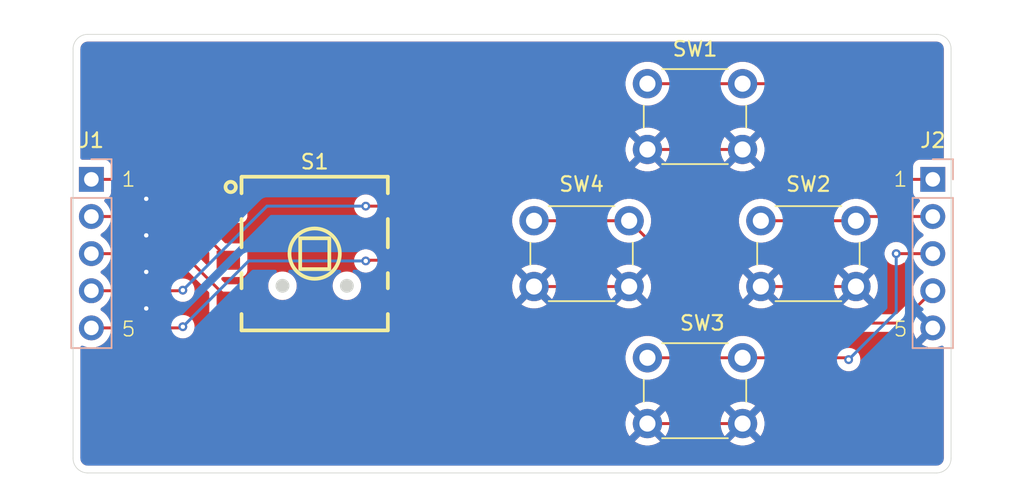
<source format=kicad_pcb>
(kicad_pcb (version 20241229) (generator "pcbnew") (generator_version "9.0")
  (layers (0 "F.Cu" signal) (2 "B.Cu" signal) (13 "F.Paste" user) (15 "B.Paste" user) (5 "F.SilkS" user "F.Silkscreen") (7 "B.SilkS" user "B.Silkscreen") (1 "F.Mask" user) (3 "B.Mask" user) (25 "Edge.Cuts" user))
  (net 0 "")
  (net 1 "JS_LEFT")
  (net 2 "JS_RIGHT")
  (net 3 "JS_DOWN")
  (net 4 "JS_SWITCH")
  (net 5 "JS_UP")
  (net 6 "DP_LEFT")
  (net 7 "DP_UP")
  (net 8 "DP_RIGHT")
  (net 9 "GND")
  (net 10 "DP_DOWN")
  (footprint "Button_Switch_THT:SW_PUSH_6mm_H5mm" (layer "F.Cu") (at 147 112.75)
    (property "Reference" "SW2" (at 3.25 -2.5 0) (layer "F.SilkS"))
    (property "Value" "SW_Push_Dual_x2")
    (fp_line (start -0.25 1.5) (end -0.25 3) (stroke (width 0.12)) (layer "F.SilkS"))
    (fp_line (start 1 5.5) (end 5.5 5.5) (stroke (width 0.12)) (layer "F.SilkS"))
    (fp_line (start 5.5 -1) (end 1 -1) (stroke (width 0.12)) (layer "F.SilkS"))
    (fp_line (start 6.75 3) (end 6.75 1.5) (stroke (width 0.12)) (layer "F.SilkS"))
    (pad "1" thru_hole circle (at 0 0 90) (size 2 2) (drill 1.1) (layers "*.Cu" "*.Mask") (net 8 "DP_RIGHT"))
    (pad "1" thru_hole circle (at 6.5 0 90) (size 2 2) (drill 1.1) (layers "*.Cu" "*.Mask") (net 8 "DP_RIGHT"))
    (pad "2" thru_hole circle (at 0 4.5 90) (size 2 2) (drill 1.1) (layers "*.Cu" "*.Mask") (net 9 "GND"))
    (pad "2" thru_hole circle (at 6.5 4.5 90) (size 2 2) (drill 1.1) (layers "*.Cu" "*.Mask") (net 9 "GND"))
  )
  (footprint "Button_Switch_THT:SW_PUSH_6mm_H5mm" (layer "F.Cu") (at 139.25 103.375)
    (property "Reference" "SW1" (at 3.25 -2.375 0) (layer "F.SilkS"))
    (property "Value" "SW_Push_Dual_x2")
    (fp_line (start -0.25 1.5) (end -0.25 3) (stroke (width 0.12)) (layer "F.SilkS"))
    (fp_line (start 1 5.5) (end 5.5 5.5) (stroke (width 0.12)) (layer "F.SilkS"))
    (fp_line (start 5.5 -1) (end 1 -1) (stroke (width 0.12)) (layer "F.SilkS"))
    (fp_line (start 6.75 3) (end 6.75 1.5) (stroke (width 0.12)) (layer "F.SilkS"))
    (pad "1" thru_hole circle (at 0 0 90) (size 2 2) (drill 1.1) (layers "*.Cu" "*.Mask") (net 7 "DP_UP"))
    (pad "1" thru_hole circle (at 6.5 0 90) (size 2 2) (drill 1.1) (layers "*.Cu" "*.Mask") (net 7 "DP_UP"))
    (pad "2" thru_hole circle (at 0 4.5 90) (size 2 2) (drill 1.1) (layers "*.Cu" "*.Mask") (net 9 "GND"))
    (pad "2" thru_hole circle (at 6.5 4.5 90) (size 2 2) (drill 1.1) (layers "*.Cu" "*.Mask") (net 9 "GND"))
  )
  (footprint "Button_Switch_THT:SW_PUSH_6mm_H5mm" (layer "F.Cu") (at 131.5 112.75)
    (property "Reference" "SW4" (at 3.25 -2.5 0) (layer "F.SilkS"))
    (property "Value" "SW_Push_Dual_x2")
    (fp_line (start -0.25 1.5) (end -0.25 3) (stroke (width 0.12)) (layer "F.SilkS"))
    (fp_line (start 1 5.5) (end 5.5 5.5) (stroke (width 0.12)) (layer "F.SilkS"))
    (fp_line (start 5.5 -1) (end 1 -1) (stroke (width 0.12)) (layer "F.SilkS"))
    (fp_line (start 6.75 3) (end 6.75 1.5) (stroke (width 0.12)) (layer "F.SilkS"))
    (pad "1" thru_hole circle (at 0 0 90) (size 2 2) (drill 1.1) (layers "*.Cu" "*.Mask") (net 6 "DP_LEFT"))
    (pad "1" thru_hole circle (at 6.5 0 90) (size 2 2) (drill 1.1) (layers "*.Cu" "*.Mask") (net 6 "DP_LEFT"))
    (pad "2" thru_hole circle (at 0 4.5 90) (size 2 2) (drill 1.1) (layers "*.Cu" "*.Mask") (net 9 "GND"))
    (pad "2" thru_hole circle (at 6.5 4.5 90) (size 2 2) (drill 1.1) (layers "*.Cu" "*.Mask") (net 9 "GND"))
  )
  (footprint "Button_Switch_THT:SW_PUSH_6mm_H5mm" (layer "F.Cu") (at 139.25 122.125)
    (property "Reference" "SW3" (at 3.75 -2.375 0) (layer "F.SilkS"))
    (property "Value" "SW_Push_Dual_x2")
    (fp_line (start -0.25 1.5) (end -0.25 3) (stroke (width 0.12)) (layer "F.SilkS"))
    (fp_line (start 1 5.5) (end 5.5 5.5) (stroke (width 0.12)) (layer "F.SilkS"))
    (fp_line (start 5.5 -1) (end 1 -1) (stroke (width 0.12)) (layer "F.SilkS"))
    (fp_line (start 6.75 3) (end 6.75 1.5) (stroke (width 0.12)) (layer "F.SilkS"))
    (pad "1" thru_hole circle (at 0 0 90) (size 2 2) (drill 1.1) (layers "*.Cu" "*.Mask") (net 10 "DP_DOWN"))
    (pad "1" thru_hole circle (at 6.5 0 90) (size 2 2) (drill 1.1) (layers "*.Cu" "*.Mask") (net 10 "DP_DOWN"))
    (pad "2" thru_hole circle (at 0 4.5 90) (size 2 2) (drill 1.1) (layers "*.Cu" "*.Mask") (net 9 "GND"))
    (pad "2" thru_hole circle (at 6.5 4.5 90) (size 2 2) (drill 1.1) (layers "*.Cu" "*.Mask") (net 9 "GND"))
  )
  (footprint "MiniArcadeController:Joystick" (layer "F.Cu") (at 116.51 115)
    (property "Reference" "S1" (at 0 -6.280433 0) (layer "F.SilkS"))
    (property "Value" "~")
    (fp_line (start -5 -5.25) (end -5 -4.131) (stroke (width 0.254)) (layer "F.SilkS"))
    (fp_line (start -5 -2.369) (end -5 -0.431) (stroke (width 0.254)) (layer "F.SilkS"))
    (fp_line (start -5 1.331) (end -5 2.369) (stroke (width 0.254)) (layer "F.SilkS"))
    (fp_line (start -5 4.131) (end -5 5.25) (stroke (width 0.254)) (layer "F.SilkS"))
    (fp_line (start -5 5.25) (end 5 5.25) (stroke (width 0.254)) (layer "F.SilkS"))
    (fp_line (start 5 -5.26) (end -4.98 -5.26) (stroke (width 0.254)) (layer "F.SilkS"))
    (fp_line (start 5 -4.131) (end 5 -5.26) (stroke (width 0.254)) (layer "F.SilkS"))
    (fp_line (start 5 -0.431) (end 5 -2.369) (stroke (width 0.254)) (layer "F.SilkS"))
    (fp_line (start 5 2.369) (end 5 1.331) (stroke (width 0.254)) (layer "F.SilkS"))
    (fp_line (start 5 5.25) (end 5 4.131) (stroke (width 0.254)) (layer "F.SilkS"))
    (fp_rect (start -0.99 -1.05) (end 1 1.06) (stroke (width 0.254)) (fill no) (layer "F.SilkS"))
    (fp_circle (center -5.74 -4.56) (end -5.3855 -4.56) (stroke (width 0.254)) (fill no) (layer "F.SilkS"))
    (fp_circle (center 0 0) (end 1.7215 0) (stroke (width 0.254)) (fill no) (layer "F.SilkS"))
    (fp_poly (pts (xy -1.729064 2.138) (xy -1.761157 2.018225) (xy -1.823157 1.910838) (xy -1.910838 1.823157) (xy -2.018225 1.761157) (xy -2.138 1.729064) (xy -2.262 1.729064) (xy -2.381775 1.761157) (xy -2.489162 1.823157) (xy -2.576843 1.910838) (xy -2.638843 2.018225) (xy -2.670936 2.138) (xy -2.670936 2.262) (xy -2.638843 2.381775) (xy -2.576843 2.489162) (xy -2.489162 2.576843) (xy -2.381775 2.638843) (xy -2.262 2.670936) (xy -2.138 2.670936) (xy -2.018225 2.638843) (xy -1.910838 2.576843) (xy -1.823157 2.489162) (xy -1.761157 2.381775) (xy -1.729064 2.262)) (fill yes) (layer "Edge.Cuts"))
    (fp_poly (pts (xy 2.670936 2.138) (xy 2.638843 2.018225) (xy 2.576843 1.910838) (xy 2.489162 1.823157) (xy 2.381775 1.761157) (xy 2.262 1.729064) (xy 2.138 1.729064) (xy 2.018225 1.761157) (xy 1.910838 1.823157) (xy 1.823157 1.910838) (xy 1.761157 2.018225) (xy 1.729064 2.138) (xy 1.729064 2.262) (xy 1.761157 2.381775) (xy 1.823157 2.489162) (xy 1.910838 2.576843) (xy 2.018225 2.638843) (xy 2.138 2.670936) (xy 2.262 2.670936) (xy 2.381775 2.638843) (xy 2.489162 2.576843) (xy 2.576843 2.489162) (xy 2.638843 2.381775) (xy 2.670936 2.262)) (fill yes) (layer "Edge.Cuts"))
    (pad "1" smd rect (at -5.9 -3.25) (size 1.6 1.3) (layers "F.Cu" "F.Mask" "F.Paste") (net 5 "JS_UP"))
    (pad "2" smd rect (at -5.9 0.45) (size 1.6 1.3) (layers "F.Cu" "F.Mask" "F.Paste") (net 1 "JS_LEFT"))
    (pad "3" smd rect (at -5.9 3.25) (size 1.6 1.3) (layers "F.Cu" "F.Mask" "F.Paste") (net 3 "JS_DOWN"))
    (pad "4" smd rect (at 5.9 3.25) (size 1.6 1.3) (layers "F.Cu" "F.Mask" "F.Paste") (net 9 "GND"))
    (pad "5" smd rect (at 5.9 0.45) (size 1.6 1.3) (layers "F.Cu" "F.Mask" "F.Paste") (net 2 "JS_RIGHT"))
    (pad "6" smd rect (at 5.9 -3.25) (size 1.6 1.3) (layers "F.Cu" "F.Mask" "F.Paste") (net 4 "JS_SWITCH"))
  )
  (footprint "Connector_PinHeader_2.54mm:PinHeader_1x05_P2.54mm_Vertical" (layer "B.Cu") (at 158.75 109.92 180)
    (property "Reference" "J2" (at 0 2.67 0) (layer "F.SilkS"))
    (property "Value" "Conn_01x05_Pin")
    (fp_line (start 1.38 -1.27) (end 1.38 -11.54) (stroke (width 0.12)) (layer "B.SilkS"))
    (fp_line (start -1.38 1.38) (end 0 1.38) (stroke (width 0.12)) (layer "B.SilkS"))
    (fp_line (start -1.38 0) (end -1.38 1.38) (stroke (width 0.12)) (layer "B.SilkS"))
    (fp_line (start -1.38 -1.27) (end 1.38 -1.27) (stroke (width 0.12)) (layer "B.SilkS"))
    (fp_line (start -1.38 -1.27) (end -1.38 -11.54) (stroke (width 0.12)) (layer "B.SilkS"))
    (fp_line (start -1.38 -11.54) (end 1.38 -11.54) (stroke (width 0.12)) (layer "B.SilkS"))
    (pad "1" thru_hole rect (at 0 0 180) (size 1.7 1.7) (drill 1) (layers "*.Cu" "*.Mask") (net 7 "DP_UP"))
    (pad "2" thru_hole circle (at 0 -2.54 180) (size 1.7 1.7) (drill 1) (layers "*.Cu" "*.Mask") (net 8 "DP_RIGHT"))
    (pad "3" thru_hole circle (at 0 -5.08 180) (size 1.7 1.7) (drill 1) (layers "*.Cu" "*.Mask") (net 10 "DP_DOWN"))
    (pad "4" thru_hole circle (at 0 -7.62 180) (size 1.7 1.7) (drill 1) (layers "*.Cu" "*.Mask") (net 6 "DP_LEFT"))
    (pad "5" thru_hole circle (at 0 -10.16 180) (size 1.7 1.7) (drill 1) (layers "*.Cu" "*.Mask") (net 9 "GND"))
  )
  (footprint "Connector_PinHeader_2.54mm:PinHeader_1x05_P2.54mm_Vertical" (layer "B.Cu") (at 101.25 109.92 180)
    (property "Reference" "J1" (at 0 2.67 0) (layer "F.SilkS"))
    (property "Value" "Conn_01x05_Pin")
    (fp_line (start 1.38 -1.27) (end 1.38 -11.54) (stroke (width 0.12)) (layer "B.SilkS"))
    (fp_line (start -1.38 1.38) (end 0 1.38) (stroke (width 0.12)) (layer "B.SilkS"))
    (fp_line (start -1.38 0) (end -1.38 1.38) (stroke (width 0.12)) (layer "B.SilkS"))
    (fp_line (start -1.38 -1.27) (end 1.38 -1.27) (stroke (width 0.12)) (layer "B.SilkS"))
    (fp_line (start -1.38 -1.27) (end -1.38 -11.54) (stroke (width 0.12)) (layer "B.SilkS"))
    (fp_line (start -1.38 -11.54) (end 1.38 -11.54) (stroke (width 0.12)) (layer "B.SilkS"))
    (pad "1" thru_hole rect (at 0 0 180) (size 1.7 1.7) (drill 1) (layers "*.Cu" "*.Mask") (net 5 "JS_UP"))
    (pad "2" thru_hole circle (at 0 -2.54 180) (size 1.7 1.7) (drill 1) (layers "*.Cu" "*.Mask") (net 1 "JS_LEFT"))
    (pad "3" thru_hole circle (at 0 -5.08 180) (size 1.7 1.7) (drill 1) (layers "*.Cu" "*.Mask") (net 3 "JS_DOWN"))
    (pad "4" thru_hole circle (at 0 -7.62 180) (size 1.7 1.7) (drill 1) (layers "*.Cu" "*.Mask") (net 4 "JS_SWITCH"))
    (pad "5" thru_hole circle (at 0 -10.16 180) (size 1.7 1.7) (drill 1) (layers "*.Cu" "*.Mask") (net 2 "JS_RIGHT"))
  )
  (gr_line (start 100 129) (end 100 101) (stroke (width 0.05)) (layer "Edge.Cuts"))
  (gr_arc (start 100 101) (mid 100.292893 100.292893) (end 101 100) (stroke (width 0.05)) (layer "Edge.Cuts"))
  (gr_line (start 101 100) (end 159 100) (stroke (width 0.05)) (layer "Edge.Cuts"))
  (gr_arc (start 101 130) (mid 100.292893 129.707107) (end 100 129) (stroke (width 0.05)) (layer "Edge.Cuts"))
  (gr_line (start 159 130) (end 101 130) (stroke (width 0.05)) (layer "Edge.Cuts"))
  (gr_arc (start 160 129) (mid 159.707107 129.707107) (end 159 130) (stroke (width 0.05)) (layer "Edge.Cuts"))
  (gr_line (start 160 101) (end 160 129) (stroke (width 0.05)) (layer "Edge.Cuts"))
  (gr_arc (start 159 100) (mid 159.707107 100.292893) (end 160 101) (stroke (width 0.05)) (layer "Edge.Cuts"))
  (gr_text "1" (at 156 110.5 0) (layer "F.SilkS") (effects (font (size 1 1) (thickness 0.1)) (justify left bottom)))
  (gr_text "1" (at 103.25 110.5 0) (layer "F.SilkS") (effects (font (size 1 1) (thickness 0.1)) (justify left bottom)))
  (gr_text "5\n" (at 103.25 120.75 0) (layer "F.SilkS") (effects (font (size 1 1) (thickness 0.1)) (justify left bottom)))
  (gr_text "5\n" (at 156 120.75 0) (layer "F.SilkS") (effects (font (size 1 1) (thickness 0.1)) (justify left bottom)))
  (segment (start 107.71 112.46) (end 110.61 115.36) (width 0.2) (layer "F.Cu") (net 1))
  (segment (start 101.25 112.46) (end 107.71 112.46) (width 0.2) (layer "F.Cu") (net 1))
  (segment (start 110.61 115.36) (end 110.61 115.45) (width 0.2) (layer "F.Cu") (net 1))
  (segment (start 120 115.5) (end 120.25 115.5) (width 0.2) (layer "F.Cu") (net 2))
  (segment (start 120.25 115.5) (end 120.3 115.45) (width 0.2) (layer "F.Cu") (net 2))
  (segment (start 101.25 120.08) (end 107.42 120.08) (width 0.2) (layer "F.Cu") (net 2))
  (segment (start 120.3 115.45) (end 122.41 115.45) (width 0.2) (layer "F.Cu") (net 2))
  (segment (start 107.42 120.08) (end 107.5 120) (width 0.2) (layer "F.Cu") (net 2))
  (via (at 120 115.5) (size 0.6) (drill 0.3) (layers "F.Cu" "B.Cu") (net 2))
  (via (at 107.5 120) (size 0.6) (drill 0.3) (layers "F.Cu" "B.Cu") (net 2))
  (segment (start 107.5 120) (end 111.75 115.75) (width 0.2) (layer "B.Cu") (net 2))
  (segment (start 111.75 115.75) (end 112 115.5) (width 0.2) (layer "B.Cu") (net 2))
  (segment (start 112 115.5) (end 120 115.5) (width 0.2) (layer "B.Cu") (net 2))
  (segment (start 110.61 118.11) (end 110.61 118.25) (width 0.2) (layer "F.Cu") (net 3))
  (segment (start 101.25 115) (end 107.5 115) (width 0.2) (layer "F.Cu") (net 3))
  (segment (start 107.5 115) (end 110.61 118.11) (width 0.2) (layer "F.Cu") (net 3))
  (segment (start 107.46 117.54) (end 107.5 117.5) (width 0.2) (layer "F.Cu") (net 4))
  (segment (start 101.25 117.54) (end 107.46 117.54) (width 0.2) (layer "F.Cu") (net 4))
  (segment (start 120 111.75) (end 122.41 111.75) (width 0.2) (layer "F.Cu") (net 4))
  (via (at 120 111.75) (size 0.6) (drill 0.3) (layers "F.Cu" "B.Cu") (net 4))
  (via (at 107.5 117.5) (size 0.6) (drill 0.3) (layers "F.Cu" "B.Cu") (net 4))
  (segment (start 107.5 117.5) (end 113.25 111.75) (width 0.2) (layer "B.Cu") (net 4))
  (segment (start 113.25 111.75) (end 120 111.75) (width 0.2) (layer "B.Cu") (net 4))
  (segment (start 108.78 109.92) (end 110.61 111.75) (width 0.2) (layer "F.Cu") (net 5))
  (segment (start 101.25 109.92) (end 108.78 109.92) (width 0.2) (layer "F.Cu") (net 5))
  (segment (start 145 119.75) (end 138 112.75) (width 0.2) (layer "F.Cu") (net 6))
  (segment (start 131.5 112.75) (end 138 112.75) (width 0.2) (layer "F.Cu") (net 6))
  (segment (start 156.54 119.75) (end 145 119.75) (width 0.2) (layer "F.Cu") (net 6))
  (segment (start 158.75 117.54) (end 156.54 119.75) (width 0.2) (layer "F.Cu") (net 6))
  (segment (start 155.22 109.92) (end 148.675 103.375) (width 0.2) (layer "F.Cu") (net 7))
  (segment (start 158.75 109.92) (end 155.22 109.92) (width 0.2) (layer "F.Cu") (net 7))
  (segment (start 139.25 103.375) (end 145.75 103.375) (width 0.2) (layer "F.Cu") (net 7))
  (segment (start 148.675 103.375) (end 145.75 103.375) (width 0.2) (layer "F.Cu") (net 7))
  (segment (start 153.79 112.46) (end 153.5 112.75) (width 0.2) (layer "F.Cu") (net 8))
  (segment (start 147 112.75) (end 153.5 112.75) (width 0.2) (layer "F.Cu") (net 8))
  (segment (start 158.75 112.46) (end 153.79 112.46) (width 0.2) (layer "F.Cu") (net 8))
  (segment (start 139.25 126.625) (end 145.75 126.625) (width 0.2) (layer "F.Cu") (net 9))
  (segment (start 131.5 117.25) (end 138 117.25) (width 0.2) (layer "F.Cu") (net 9))
  (segment (start 147 117.25) (end 153.5 117.25) (width 0.2) (layer "F.Cu") (net 9))
  (segment (start 139.25 107.875) (end 145.75 107.875) (width 0.2) (layer "F.Cu") (net 9))
  (via (at 105 113.75) (size 0.6) (drill 0.3) (layers "F.Cu" "B.Cu") (net 9))
  (via (at 105 111.25) (size 0.6) (drill 0.3) (layers "F.Cu" "B.Cu") (net 9))
  (via (at 105 118.75) (size 0.6) (drill 0.3) (layers "F.Cu" "B.Cu") (net 9))
  (via (at 105 116.25) (size 0.6) (drill 0.3) (layers "F.Cu" "B.Cu") (net 9))
  (segment (start 152.875 122.125) (end 145.75 122.125) (width 0.2) (layer "F.Cu") (net 10))
  (segment (start 153 122.25) (end 152.875 122.125) (width 0.2) (layer "F.Cu") (net 10))
  (segment (start 158.75 115) (end 156.25 115) (width 0.2) (layer "F.Cu") (net 10))
  (segment (start 139.25 122.125) (end 145.75 122.125) (width 0.2) (layer "F.Cu") (net 10))
  (via (at 153 122.25) (size 0.6) (drill 0.3) (layers "F.Cu" "B.Cu") (net 10))
  (via (at 156.25 115) (size 0.6) (drill 0.3) (layers "F.Cu" "B.Cu") (net 10))
  (segment (start 156.25 119) (end 153 122.25) (width 0.2) (layer "B.Cu") (net 10))
  (segment (start 156.25 115) (end 156.25 119) (width 0.2) (layer "B.Cu") (net 10))
  (zone (net 9) (net_name "GND") (layers "F.Cu" "B.Cu") (connect_pads (clearance 0.5)) (min_thickness 0.25) (fill yes (thermal_gap 0.5) (thermal_bridge_width 0.5))
    (polygon (pts (xy 98 97.65) (xy 97.95557 132.04443) (xy 161.578605 132) (xy 162.026689 97.65)))
  )
)
</source>
